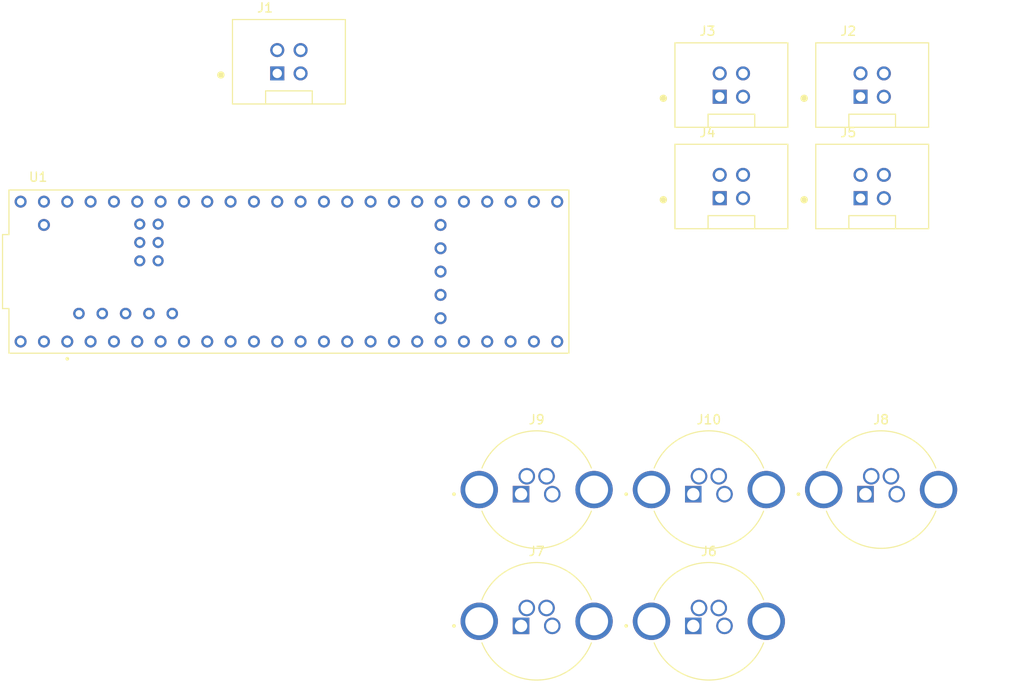
<source format=kicad_pcb>
(kicad_pcb (version 20211014) (generator pcbnew)
  (layers (0 "F.Cu" signal) (31 "B.Cu" signal) (34 "B.Paste" user) (35 "F.Paste" user) (36 "B.SilkS" user "B.Silkscreen") (37 "F.SilkS" user "F.Silkscreen") (38 "B.Mask" user) (39 "F.Mask" user) (44 "Edge.Cuts" user))
  (net 0 "")
  (net 1 "Start")
  (net 2 "GND")
  (net 3 "+3.3V")
  (net 9 "Net-(U1-Pad3.3V_1)")
  (net 21 "Line RF")
  (net 22 "Line LF")
  (net 23 "Line RB")
  (net 24 "Line LB")
  (net 68 "Net-(J6-PadSH1)")
  (net 73 "Net-(J7-PadSH1)")
  (net 78 "Net-(J8-PadSH1)")
  (net 83 "Net-(J9-PadSH1)")
  (net 88 "Net-(J10-PadSH1)")
  (footprint "timmi footprints:FCI_75869-130LF" (layer "F.Cu") (at 246.29 22.86)
    (fp_text reference "J3" (at -2.6009 -5.87832) (layer "F.SilkS") (effects (font (size 1.002268 1.002268))))
    (fp_text value "75869-130LF")
    (fp_line (start -2.54 3.175) (end 2.54 3.175) (layer "F.SilkS") (width 0.127))
    (fp_line (start 6.145 4.6) (end 2.54 4.6) (layer "F.SilkS") (width 0.127))
    (fp_line (start -2.54 4.6) (end -6.145 4.6) (layer "F.SilkS") (width 0.127))
    (fp_line (start -6.145 4.6) (end -6.145 -4.6) (layer "F.SilkS") (width 0.127))
    (fp_line (start 2.54 3.175) (end 2.54 4.6) (layer "F.SilkS") (width 0.127))
    (fp_line (start 6.145 -4.6) (end 6.145 4.6) (layer "F.SilkS") (width 0.127))
    (fp_line (start -2.54 4.6) (end -2.54 3.175) (layer "F.SilkS") (width 0.127))
    (fp_line (start -6.145 -4.6) (end 6.145 -4.6) (layer "F.SilkS") (width 0.127))
    (fp_line (start 2.54 4.6) (end -2.54 4.6) (layer "F.SilkS") (width 0.127))
    (fp_circle (center -7.41 1.44) (end -7.21 1.44) (layer "F.SilkS") (width 0.4) (fill none))
    (pad "1" thru_hole rect (at -1.27 1.27) (size 1.53 1.53) (drill 1.02) (layers *.Cu *.Mask) (net 3 "+3.3V"))
    (pad "2" thru_hole circle (at -1.27 -1.27) (size 1.53 1.53) (drill 1.02) (layers *.Cu *.Mask) (net 22 "Line LF"))
    (pad "3" thru_hole circle (at 1.27 1.27) (size 1.53 1.53) (drill 1.02) (layers *.Cu *.Mask) (net 2 "GND"))
    (pad "4" thru_hole circle (at 1.27 -1.27) (size 1.53 1.53) (drill 1.02) (layers *.Cu *.Mask))
  )
  (footprint "timmi footprints:TE_T4040034041-000" (layer "F.Cu") (at 262.59 66.93)
    (fp_text reference "J8" (at 0 -7.62) (layer "F.SilkS"))
    (fp_text value "T4040034041-000")
    (fp_arc (start 5.955 2.35) (mid 0 6.400015) (end -5.955 2.349999) (layer "F.SilkS") (width 0.127))
    (fp_arc (start -5.955 -2.35) (mid 0 -6.400015) (end 5.955 -2.349999) (layer "F.SilkS") (width 0.127))
    (fp_circle (center -9 0.5) (end -8.9 0.5) (layer "F.SilkS") (width 0.2) (fill none))
    (pad "1" thru_hole rect (at -1.7 0.5) (size 1.8 1.8) (drill 1.35) (layers *.Cu *.Mask))
    (pad "2" thru_hole circle (at -1.075 -1.45) (size 1.8 1.8) (drill 1.35) (layers *.Cu *.Mask))
    (pad "3" thru_hole circle (at 1.7 0.5) (size 1.8 1.8) (drill 1.35) (layers *.Cu *.Mask))
    (pad "4" thru_hole circle (at 1.075 -1.45) (size 1.8 1.8) (drill 1.35) (layers *.Cu *.Mask))
    (pad "SH1" thru_hole circle (at -6.25 0) (size 4.066 4.066) (drill 3.05) (layers *.Cu *.Mask) (net 78 "Net-(J8-PadSH1)"))
    (pad "SH2" thru_hole circle (at 6.25 0) (size 4.066 4.066) (drill 3.05) (layers *.Cu *.Mask) (net 78 "Net-(J8-PadSH1)"))
  )
  (footprint "timmi footprints:MODULE_DEV-16771" (layer "F.Cu") (at 198.12 43.18)
    (fp_text reference "U1" (at -27.305 -10.295) (layer "F.SilkS"))
    (fp_text value "DEV-16771")
    (fp_line (start -30.48 4.03) (end -31.18 4.03) (layer "F.SilkS") (width 0.127))
    (fp_line (start -30.48 -4.03) (end -31.18 -4.03) (layer "F.SilkS") (width 0.127))
    (fp_line (start -30.48 8.89) (end -30.48 4.03) (layer "F.SilkS") (width 0.127))
    (fp_line (start 30.48 -8.89) (end 30.48 8.89) (layer "F.SilkS") (width 0.127))
    (fp_line (start 30.48 8.89) (end -30.48 8.89) (layer "F.SilkS") (width 0.127))
    (fp_line (start -30.48 -8.89) (end 30.48 -8.89) (layer "F.SilkS") (width 0.127))
    (fp_line (start -30.48 -8.89) (end -30.48 -4.03) (layer "F.SilkS") (width 0.127))
    (fp_line (start -31.18 4.03) (end -31.18 -4.03) (layer "F.SilkS") (width 0.127))
    (fp_circle (center -24.13 9.5) (end -24.03 9.5) (layer "F.SilkS") (width 0.2) (fill none))
    (pad "0" thru_hole circle (at -26.67 7.62) (size 1.308 1.308) (drill 0.8) (layers *.Cu *.Mask))
    (pad "1" thru_hole circle (at -24.13 7.62) (size 1.308 1.308) (drill 0.8) (layers *.Cu *.Mask))
    (pad "2" thru_hole circle (at -21.59 7.62) (size 1.308 1.308) (drill 0.8) (layers *.Cu *.Mask))
    (pad "3" thru_hole circle (at -19.05 7.62) (size 1.308 1.308) (drill 0.8) (layers *.Cu *.Mask))
    (pad "3.3V_1" thru_hole circle (at 6.35 7.62) (size 1.308 1.308) (drill 0.8) (layers *.Cu *.Mask) (net 9 "Net-(U1-Pad3.3V_1)"))
    (pad "3.3V_2" thru_hole circle (at -24.13 -7.62) (size 1.308 1.308) (drill 0.8) (layers *.Cu *.Mask) (net 9 "Net-(U1-Pad3.3V_1)"))
    (pad "3.3V_3" thru_hole circle (at 16.51 2.54) (size 1.308 1.308) (drill 0.8) (layers *.Cu *.Mask) (net 9 "Net-(U1-Pad3.3V_1)"))
    (pad "4" thru_hole circle (at -16.51 7.62) (size 1.308 1.308) (drill 0.8) (layers *.Cu *.Mask))
    (pad "5" thru_hole circle (at -13.97 7.62) (size 1.308 1.308) (drill 0.8) (layers *.Cu *.Mask))
    (pad "5V" thru_hole circle (at -22.86 4.57) (size 1.258 1.258) (drill 0.75) (layers *.Cu *.Mask))
    (pad "6" thru_hole circle (at -11.43 7.62) (size 1.308 1.308) (drill 0.8) (layers *.Cu *.Mask))
    (pad "7" thru_hole circle (at -8.89 7.62) (size 1.308 1.308) (drill 0.8) (layers *.Cu *.Mask))
    (pad "8" thru_hole circle (at -6.35 7.62) (size 1.308 1.308) (drill 0.8) (layers *.Cu *.Mask))
    (pad "9" thru_hole circle (at -3.81 7.62) (size 1.308 1.308) (drill 0.8) (layers *.Cu *.Mask))
    (pad "10" thru_hole circle (at -1.27 7.62) (size 1.308 1.308) (drill 0.8) (layers *.Cu *.Mask))
    (pad "11" thru_hole circle (at 1.27 7.62) (size 1.308 1.308) (drill 0.8) (layers *.Cu *.Mask))
    (pad "12" thru_hole circle (at 3.81 7.62) (size 1.308 1.308) (drill 0.8) (layers *.Cu *.Mask))
    (pad "13" thru_hole circle (at 3.81 -7.62) (size 1.308 1.308) (drill 0.8) (layers *.Cu *.Mask))
    (pad "14" thru_hole circle (at 1.27 -7.62) (size 1.308 1.308) (drill 0.8) (layers *.Cu *.Mask) (net 1 "Start"))
    (pad "15" thru_hole circle (at -1.27 -7.62) (size 1.308 1.308) (drill 0.8) (layers *.Cu *.Mask) (net 21 "Line RF"))
    (pad "16" thru_hole circle (at -3.81 -7.62) (size 1.308 1.308) (drill 0.8) (layers *.Cu *.Mask) (net 22 "Line LF"))
    (pad "17" thru_hole circle (at -6.35 -7.62) (size 1.308 1.308) (drill 0.8) (layers *.Cu *.Mask) (net 23 "Line RB"))
    (pad "18" thru_hole circle (at -8.89 -7.62) (size 1.308 1.308) (drill 0.8) (layers *.Cu *.Mask) (net 24 "Line LB"))
    (pad "19" thru_hole circle (at -11.43 -7.62) (size 1.308 1.308) (drill 0.8) (layers *.Cu *.Mask))
    (pad "20" thru_hole circle (at -13.97 -7.62) (size 1.308 1.308) (drill 0.8) (layers *.Cu *.Mask))
    (pad "21" thru_hole circle (at -16.51 -7.62) (size 1.308 1.308) (drill 0.8) (layers *.Cu *.Mask))
    (pad "22" thru_hole circle (at -19.05 -7.62) (size 1.308 1.308) (drill 0.8) (layers *.Cu *.Mask))
    (pad "23" thru_hole circle (at -21.59 -7.62) (size 1.308 1.308) (drill 0.8) (layers *.Cu *.Mask))
    (pad "24" thru_hole circle (at 8.89 7.62) (size 1.308 1.308) (drill 0.8) (layers *.Cu *.Mask))
    (pad "25" thru_hole circle (at 11.43 7.62) (size 1.308 1.308) (drill 0.8) (layers *.Cu *.Mask))
    (pad "26" thru_hole circle (at 13.97 7.62) (size 1.308 1.308) (drill 0.8) (layers *.Cu *.Mask))
    (pad "27" thru_hole circle (at 16.51 7.62) (size 1.308 1.308) (drill 0.8) (layers *.Cu *.Mask))
    (pad "28" thru_hole circle (at 19.05 7.62) (size 1.308 1.308) (drill 0.8) (layers *.Cu *.Mask))
    (pad "29" thru_hole circle (at 21.59 7.62) (size 1.308 1.308) (drill 0.8) (layers *.Cu *.Mask))
    (pad "30" thru_hole circle (at 24.13 7.62) (size 1.308 1.308) (drill 0.8) (layers *.Cu *.Mask))
    (pad "31" thru_hole circle (at 26.67 7.62) (size 1.308 1.308) (drill 0.8) (layers *.Cu *.Mask))
    (pad "32" thru_hole circle (at 29.21 7.62) (size 1.308 1.308) (drill 0.8) (layers *.Cu *.Mask))
    (pad "33" thru_hole circle (at 29.21 -7.62) (size 1.308 1.308) (drill 0.8) (layers *.Cu *.Mask))
    (pad "34" thru_hole circle (at 26.67 -7.62) (size 1.308 1.308) (drill 0.8) (layers *.Cu *.Mask))
    (pad "35" thru_hole circle (at 24.13 -7.62) (size 1.308 1.308) (drill 0.8) (layers *.Cu *.Mask))
    (pad "36" thru_hole circle (at 21.59 -7.62) (size 1.308 1.308) (drill 0.8) (layers *.Cu *.Mask))
    (pad "37" thru_hole circle (at 19.05 -7.62) (size 1.308 1.308) (drill 0.8) (layers *.Cu *.Mask))
    (pad "38" thru_hole circle (at 16.51 -7.62) (size 1.308 1.308) (drill 0.8) (layers *.Cu *.Mask))
    (pad "39" thru_hole circle (at 13.97 -7.62) (size 1.308 1.308) (drill 0.8) (layers *.Cu *.Mask))
    (pad "40" thru_hole circle (at 11.43 -7.62) (size 1.308 1.308) (drill 0.8) (layers *.Cu *.Mask))
    (pad "41" thru_hole circle (at 8.89 -7.62) (size 1.308 1.308) (drill 0.8) (layers *.Cu *.Mask))
    (pad "D+" thru_hole circle (at -17.78 4.57) (size 1.258 1.258) (drill 0.75) (layers *.Cu *.Mask))
    (pad "D-" thru_hole circle (at -20.32 4.57) (size 1.258 1.258) (drill 0.75) (layers *.Cu *.Mask))
    (pad "GND1" thru_hole circle (at -29.21 7.62) (size 1.308 1.308) (drill 0.8) (layers *.Cu *.Mask))
    (pad "GND2" thru_hole circle (at 6.35 -7.62) (size 1.308 1.308) (drill 0.8) (layers *.Cu *.Mask))
    (pad "GND3" thru_hole circle (at -26.67 -7.62) (size 1.308 1.308) (drill 0.8) (layers *.Cu *.Mask))
    (pad "GND4" thru_hole circle (at 16.51 0) (size 1.308 1.308) (drill 0.8) (layers *.Cu *.Mask))
    (pad "GND5" thru_hole circle (at -14.24 -3.17) (size 1.208 1.208) (drill 0.7) (layers *.Cu *.Mask))
    (pad "LED" thru_hole circle (at -16.24 -3.17) (size 1.208 1.208) (drill 0.7) (layers *.Cu *.Mask))
    (pad "ON/OFF" thru_hole circle (at 16.51 -5.08) (size 1.308 1.308) (drill 0.8) (layers *.Cu *.Mask))
    (pad "PROGRAM" thru_hole circle (at 16.51 -2.54) (size 1.308 1.308) (drill 0.8) (layers *.Cu *.Mask))
    (pad "R+" thru_hole circle (at -16.24 -5.17) (size 1.208 1.208) (drill 0.7) (layers *.Cu *.Mask))
    (pad "R-" thru_hole circle (at -14.24 -5.17) (size 1.208 1.208) (drill 0.7) (layers *.Cu *.Mask))
    (pad "T+" thru_hole circle (at -14.24 -1.17) (size 1.208 1.208) (drill 0.7) (layers *.Cu *.Mask))
    (pad "T-" thru_hole circle (at -16.24 -1.17) (size 1.208 1.208) (drill 0.7) (layers *.Cu *.Mask))
    (pad "USB_GND1" thru_hole circle (at -15.24 4.57) (size 1.258 1.258) (drill 0.75) (layers *.Cu *.Mask))
    (pad "USB_GND2" thru_hole circle (at -12.7 4.57) (size 1.258 1.258) (drill 0.75) (layers *.Cu *.Mask))
    (pad "VBAT" thru_hole circle (at 16.51 5.08) (size 1.308 1.308) (drill 0.8) (layers *.Cu *.Mask))
    (pad "VIN" thru_hole circle (at -29.21 -7.62) (size 1.308 1.308) (drill 0.8) (layers *.Cu *.Mask))
    (pad "VUSB" thru_hole circle (at -26.67 -5.08) (size 1.308 1.308) (drill 0.8) (layers *.Cu *.Mask))
  )
  (footprint "timmi footprints:TE_T4040034041-000" (layer "F.Cu") (at 225.09 81.28)
    (fp_text reference "J7" (at 0 -7.62) (layer "F.SilkS"))
    (fp_text value "T4040034041-000")
    (fp_arc (start -5.955 -2.35) (mid 0 -6.400015) (end 5.955 -2.349999) (layer "F.SilkS") (width 0.127))
    (fp_arc (start 5.955 2.35) (mid 0 6.400015) (end -5.955 2.349999) (layer "F.SilkS") (width 0.127))
    (fp_circle (center -9 0.5) (end -8.9 0.5) (layer "F.SilkS") (width 0.2) (fill none))
    (pad "1" thru_hole rect (at -1.7 0.5) (size 1.8 1.8) (drill 1.35) (layers *.Cu *.Mask))
    (pad "2" thru_hole circle (at -1.075 -1.45) (size 1.8 1.8) (drill 1.35) (layers *.Cu *.Mask))
    (pad "3" thru_hole circle (at 1.7 0.5) (size 1.8 1.8) (drill 1.35) (layers *.Cu *.Mask))
    (pad "4" thru_hole circle (at 1.075 -1.45) (size 1.8 1.8) (drill 1.35) (layers *.Cu *.Mask))
    (pad "SH1" thru_hole circle (at -6.25 0) (size 4.066 4.066) (drill 3.05) (layers *.Cu *.Mask) (net 73 "Net-(J7-PadSH1)"))
    (pad "SH2" thru_hole circle (at 6.25 0) (size 4.066 4.066) (drill 3.05) (layers *.Cu *.Mask) (net 73 "Net-(J7-PadSH1)"))
  )
  (footprint "timmi footprints:TE_T4040034041-000" (layer "F.Cu") (at 243.84 66.93)
    (fp_text reference "J10" (at 0 -7.62) (layer "F.SilkS"))
    (fp_text value "T4040034041-000")
    (fp_arc (start -5.955 -2.35) (mid 0 -6.400015) (end 5.955 -2.349999) (layer "F.SilkS") (width 0.127))
    (fp_arc (start 5.955 2.35) (mid 0 6.400015) (end -5.955 2.349999) (layer "F.SilkS") (width 0.127))
    (fp_circle (center -9 0.5) (end -8.9 0.5) (layer "F.SilkS") (width 0.2) (fill none))
    (pad "1" thru_hole rect (at -1.7 0.5) (size 1.8 1.8) (drill 1.35) (layers *.Cu *.Mask))
    (pad "2" thru_hole circle (at -1.075 -1.45) (size 1.8 1.8) (drill 1.35) (layers *.Cu *.Mask))
    (pad "3" thru_hole circle (at 1.7 0.5) (size 1.8 1.8) (drill 1.35) (layers *.Cu *.Mask))
    (pad "4" thru_hole circle (at 1.075 -1.45) (size 1.8 1.8) (drill 1.35) (layers *.Cu *.Mask))
    (pad "SH1" thru_hole circle (at -6.25 0) (size 4.066 4.066) (drill 3.05) (layers *.Cu *.Mask) (net 88 "Net-(J10-PadSH1)"))
    (pad "SH2" thru_hole circle (at 6.25 0) (size 4.066 4.066) (drill 3.05) (layers *.Cu *.Mask) (net 88 "Net-(J10-PadSH1)"))
  )
  (footprint "timmi footprints:TE_T4040034041-000" (layer "F.Cu") (at 225.09 66.93)
    (fp_text reference "J9" (at 0 -7.62) (layer "F.SilkS"))
    (fp_text value "T4040034041-000")
    (fp_arc (start -5.955 -2.35) (mid 0 -6.400015) (end 5.955 -2.349999) (layer "F.SilkS") (width 0.127))
    (fp_arc (start 5.955 2.35) (mid 0 6.400015) (end -5.955 2.349999) (layer "F.SilkS") (width 0.127))
    (fp_circle (center -9 0.5) (end -8.9 0.5) (layer "F.SilkS") (width 0.2) (fill none))
    (pad "1" thru_hole rect (at -1.7 0.5) (size 1.8 1.8) (drill 1.35) (layers *.Cu *.Mask))
    (pad "2" thru_hole circle (at -1.075 -1.45) (size 1.8 1.8) (drill 1.35) (layers *.Cu *.Mask))
    (pad "3" thru_hole circle (at 1.7 0.5) (size 1.8 1.8) (drill 1.35) (layers *.Cu *.Mask))
    (pad "4" thru_hole circle (at 1.075 -1.45) (size 1.8 1.8) (drill 1.35) (layers *.Cu *.Mask))
    (pad "SH1" thru_hole circle (at -6.25 0) (size 4.066 4.066) (drill 3.05) (layers *.Cu *.Mask) (net 83 "Net-(J9-PadSH1)"))
    (pad "SH2" thru_hole circle (at 6.25 0) (size 4.066 4.066) (drill 3.05) (layers *.Cu *.Mask) (net 83 "Net-(J9-PadSH1)"))
  )
  (footprint "timmi footprints:FCI_75869-130LF" (layer "F.Cu") (at 198.12 20.32)
    (fp_text reference "J1" (at -2.6009 -5.87832) (layer "F.SilkS") (effects (font (size 1.002268 1.002268))))
    (fp_text value "75869-130LF")
    (fp_line (start -2.54 4.6) (end -6.145 4.6) (layer "F.SilkS") (width 0.127))
    (fp_line (start -2.54 3.175) (end 2.54 3.175) (layer "F.SilkS") (width 0.127))
    (fp_line (start -2.54 4.6) (end -2.54 3.175) (layer "F.SilkS") (width 0.127))
    (fp_line (start 6.145 -4.6) (end 6.145 4.6) (layer "F.SilkS") (width 0.127))
    (fp_line (start -6.145 4.6) (end -6.145 -4.6) (layer "F.SilkS") (width 0.127))
    (fp_line (start 6.145 4.6) (end 2.54 4.6) (layer "F.SilkS") (width 0.127))
    (fp_line (start -6.145 -4.6) (end 6.145 -4.6) (layer "F.SilkS") (width 0.127))
    (fp_line (start 2.54 4.6) (end -2.54 4.6) (layer "F.SilkS") (width 0.127))
    (fp_line (start 2.54 3.175) (end 2.54 4.6) (layer "F.SilkS") (width 0.127))
    (fp_circle (center -7.41 1.44) (end -7.21 1.44) (layer "F.SilkS") (width 0.4) (fill none))
    (pad "1" thru_hole rect (at -1.27 1.27) (size 1.53 1.53) (drill 1.02) (layers *.Cu *.Mask) (net 1 "Start"))
    (pad "2" thru_hole circle (at -1.27 -1.27) (size 1.53 1.53) (drill 1.02) (layers *.Cu *.Mask) (net 2 "GND"))
    (pad "3" thru_hole circle (at 1.27 1.27) (size 1.53 1.53) (drill 1.02) (layers *.Cu *.Mask) (net 3 "+3.3V"))
    (pad "4" thru_hole circle (at 1.27 -1.27) (size 1.53 1.53) (drill 1.02) (layers *.Cu *.Mask))
  )
  (footprint "timmi footprints:FCI_75869-130LF" (layer "F.Cu") (at 261.62 33.91)
    (fp_text reference "J5" (at -2.6009 -5.87832) (layer "F.SilkS") (effects (font (size 1.002268 1.002268))))
    (fp_text value "75869-130LF")
    (fp_line (start 2.54 3.175) (end 2.54 4.6) (layer "F.SilkS") (width 0.127))
    (fp_line (start -2.54 4.6) (end -6.145 4.6) (layer "F.SilkS") (width 0.127))
    (fp_line (start -6.145 4.6) (end -6.145 -4.6) (layer "F.SilkS") (width 0.127))
    (fp_line (start 6.145 -4.6) (end 6.145 4.6) (layer "F.SilkS") (width 0.127))
    (fp_line (start -6.145 -4.6) (end 6.145 -4.6) (layer "F.SilkS") (width 0.127))
    (fp_line (start 2.54 4.6) (end -2.54 4.6) (layer "F.SilkS") (width 0.127))
    (fp_line (start -2.54 3.175) (end 2.54 3.175) (layer "F.SilkS") (width 0.127))
    (fp_line (start -2.54 4.6) (end -2.54 3.175) (layer "F.SilkS") (width 0.127))
    (fp_line (start 6.145 4.6) (end 2.54 4.6) (layer "F.SilkS") (width 0.127))
    (fp_circle (center -7.41 1.44) (end -7.21 1.44) (layer "F.SilkS") (width 0.4) (fill none))
    (pad "1" thru_hole rect (at -1.27 1.27) (size 1.53 1.53) (drill 1.02) (layers *.Cu *.Mask) (net 3 "+3.3V"))
    (pad "2" thru_hole circle (at -1.27 -1.27) (size 1.53 1.53) (drill 1.02) (layers *.Cu *.Mask) (net 24 "Line LB"))
    (pad "3" thru_hole circle (at 1.27 1.27) (size 1.53 1.53) (drill 1.02) (layers *.Cu *.Mask) (net 2 "GND"))
    (pad "4" thru_hole circle (at 1.27 -1.27) (size 1.53 1.53) (drill 1.02) (layers *.Cu *.Mask))
  )
  (footprint "timmi footprints:FCI_75869-130LF" (layer "F.Cu") (at 261.62 22.86)
    (fp_text reference "J2" (at -2.6009 -5.87832) (layer "F.SilkS") (effects (font (size 1.002268 1.002268))))
    (fp_text value "75869-130LF")
    (fp_line (start 2.54 3.175) (end 2.54 4.6) (layer "F.SilkS") (width 0.127))
    (fp_line (start -6.145 4.6) (end -6.145 -4.6) (layer "F.SilkS") (width 0.127))
    (fp_line (start -2.54 4.6) (end -2.54 3.175) (layer "F.SilkS") (width 0.127))
    (fp_line (start -2.54 3.175) (end 2.54 3.175) (layer "F.SilkS") (width 0.127))
    (fp_line (start -2.54 4.6) (end -6.145 4.6) (layer "F.SilkS") (width 0.127))
    (fp_line (start 6.145 4.6) (end 2.54 4.6) (layer "F.SilkS") (width 0.127))
    (fp_line (start -6.145 -4.6) (end 6.145 -4.6) (layer "F.SilkS") (width 0.127))
    (fp_line (start 2.54 4.6) (end -2.54 4.6) (layer "F.SilkS") (width 0.127))
    (fp_line (start 6.145 -4.6) (end 6.145 4.6) (layer "F.SilkS") (width 0.127))
    (fp_circle (center -7.41 1.44) (end -7.21 1.44) (layer "F.SilkS") (width 0.4) (fill none))
    (pad "1" thru_hole rect (at -1.27 1.27) (size 1.53 1.53) (drill 1.02) (layers *.Cu *.Mask) (net 3 "+3.3V"))
    (pad "2" thru_hole circle (at -1.27 -1.27) (size 1.53 1.53) (drill 1.02) (layers *.Cu *.Mask) (net 21 "Line RF"))
    (pad "3" thru_hole circle (at 1.27 1.27) (size 1.53 1.53) (drill 1.02) (layers *.Cu *.Mask) (net 2 "GND"))
    (pad "4" thru_hole circle (at 1.27 -1.27) (size 1.53 1.53) (drill 1.02) (layers *.Cu *.Mask))
  )
  (footprint "timmi footprints:TE_T4040034041-000" (layer "F.Cu") (at 243.84 81.28)
    (fp_text reference "J6" (at 0 -7.62) (layer "F.SilkS"))
    (fp_text value "T4040034041-000")
    (fp_arc (start -5.955 -2.35) (mid 0 -6.400015) (end 5.955 -2.349999) (layer "F.SilkS") (width 0.127))
    (fp_arc (start 5.955 2.35) (mid 0 6.400015) (end -5.955 2.349999) (layer "F.SilkS") (width 0.127))
    (fp_circle (center -9 0.5) (end -8.9 0.5) (layer "F.SilkS") (width 0.2) (fill none))
    (pad "1" thru_hole rect (at -1.7 0.5) (size 1.8 1.8) (drill 1.35) (layers *.Cu *.Mask))
    (pad "2" thru_hole circle (at -1.075 -1.45) (size 1.8 1.8) (drill 1.35) (layers *.Cu *.Mask))
    (pad "3" thru_hole circle (at 1.7 0.5) (size 1.8 1.8) (drill 1.35) (layers *.Cu *.Mask))
    (pad "4" thru_hole circle (at 1.075 -1.45) (size 1.8 1.8) (drill 1.35) (layers *.Cu *.Mask))
    (pad "SH1" thru_hole circle (at -6.25 0) (size 4.066 4.066) (drill 3.05) (layers *.Cu *.Mask) (net 68 "Net-(J6-PadSH1)"))
    (pad "SH2" thru_hole circle (at 6.25 0) (size 4.066 4.066) (drill 3.05) (layers *.Cu *.Mask) (net 68 "Net-(J6-PadSH1)"))
  )
  (footprint "timmi footprints:FCI_75869-130LF" (layer "F.Cu") (at 246.29 33.91)
    (fp_text reference "J4" (at -2.6009 -5.87832) (layer "F.SilkS") (effects (font (size 1.002268 1.002268))))
    (fp_text value "75869-130LF")
    (fp_line (start -6.145 -4.6) (end 6.145 -4.6) (layer "F.SilkS") (width 0.127))
    (fp_line (start 6.145 4.6) (end 2.54 4.6) (layer "F.SilkS") (width 0.127))
    (fp_line (start -2.54 4.6) (end -6.145 4.6) (layer "F.SilkS") (width 0.127))
    (fp_line (start -2.54 3.175) (end 2.54 3.175) (layer "F.SilkS") (width 0.127))
    (fp_line (start 2.54 4.6) (end -2.54 4.6) (layer "F.SilkS") (width 0.127))
    (fp_line (start -6.145 4.6) (end -6.145 -4.6) (layer "F.SilkS") (width 0.127))
    (fp_line (start -2.54 4.6) (end -2.54 3.175) (layer "F.SilkS") (width 0.127))
    (fp_line (start 6.145 -4.6) (end 6.145 4.6) (layer "F.SilkS") (width 0.127))
    (fp_line (start 2.54 3.175) (end 2.54 4.6) (layer "F.SilkS") (width 0.127))
    (fp_circle (center -7.41 1.44) (end -7.21 1.44) (layer "F.SilkS") (width 0.4) (fill none))
    (pad "1" thru_hole rect (at -1.27 1.27) (size 1.53 1.53) (drill 1.02) (layers *.Cu *.Mask) (net 3 "+3.3V"))
    (pad "2" thru_hole circle (at -1.27 -1.27) (size 1.53 1.53) (drill 1.02) (layers *.Cu *.Mask) (net 23 "Line RB"))
    (pad "3" thru_hole circle (at 1.27 1.27) (size 1.53 1.53) (drill 1.02) (layers *.Cu *.Mask) (net 2 "GND"))
    (pad "4" thru_hole circle (at 1.27 -1.27) (size 1.53 1.53) (drill 1.02) (layers *.Cu *.Mask))
  )
)
</source>
